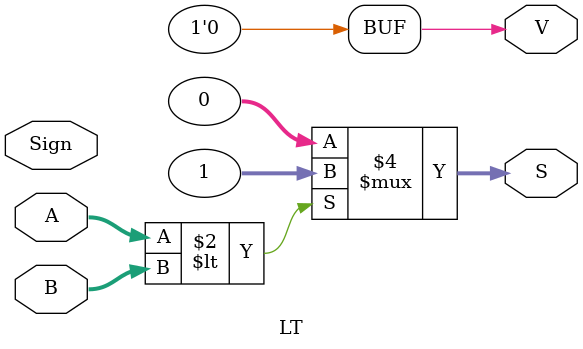
<source format=v>
`timescale 1ns / 1ps

module LT( A, B, Sign, S, V);

    input [31:0] A;
    input [31:0] B;
    input Sign;

    output reg [31:0] S;
    output reg V;

    always@(*)
    begin
        if (A < B) S = 1;
	    else S = 0;
        V = 0;
    end

endmodule

</source>
